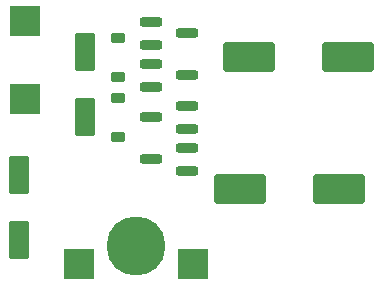
<source format=gbr>
%TF.GenerationSoftware,KiCad,Pcbnew,9.0.3*%
%TF.CreationDate,2025-12-28T20:16:34+01:00*%
%TF.ProjectId,Gleichrichter_Fernlicht,476c6569-6368-4726-9963-687465725f46,rev?*%
%TF.SameCoordinates,Original*%
%TF.FileFunction,Soldermask,Bot*%
%TF.FilePolarity,Negative*%
%FSLAX46Y46*%
G04 Gerber Fmt 4.6, Leading zero omitted, Abs format (unit mm)*
G04 Created by KiCad (PCBNEW 9.0.3) date 2025-12-28 20:16:34*
%MOMM*%
%LPD*%
G01*
G04 APERTURE LIST*
G04 Aperture macros list*
%AMRoundRect*
0 Rectangle with rounded corners*
0 $1 Rounding radius*
0 $2 $3 $4 $5 $6 $7 $8 $9 X,Y pos of 4 corners*
0 Add a 4 corners polygon primitive as box body*
4,1,4,$2,$3,$4,$5,$6,$7,$8,$9,$2,$3,0*
0 Add four circle primitives for the rounded corners*
1,1,$1+$1,$2,$3*
1,1,$1+$1,$4,$5*
1,1,$1+$1,$6,$7*
1,1,$1+$1,$8,$9*
0 Add four rect primitives between the rounded corners*
20,1,$1+$1,$2,$3,$4,$5,0*
20,1,$1+$1,$4,$5,$6,$7,0*
20,1,$1+$1,$6,$7,$8,$9,0*
20,1,$1+$1,$8,$9,$2,$3,0*%
G04 Aperture macros list end*
%ADD10RoundRect,0.200000X0.750000X0.200000X-0.750000X0.200000X-0.750000X-0.200000X0.750000X-0.200000X0*%
%ADD11RoundRect,0.200000X-0.750000X-0.200000X0.750000X-0.200000X0.750000X0.200000X-0.750000X0.200000X0*%
%ADD12RoundRect,0.250000X0.600000X-1.400000X0.600000X1.400000X-0.600000X1.400000X-0.600000X-1.400000X0*%
%ADD13RoundRect,0.225000X-0.375000X0.225000X-0.375000X-0.225000X0.375000X-0.225000X0.375000X0.225000X0*%
%ADD14RoundRect,0.225000X0.375000X-0.225000X0.375000X0.225000X-0.375000X0.225000X-0.375000X-0.225000X0*%
%ADD15RoundRect,0.250000X-0.600000X1.400000X-0.600000X-1.400000X0.600000X-1.400000X0.600000X1.400000X0*%
%ADD16C,5.000000*%
%ADD17R,2.500000X2.500000*%
%ADD18RoundRect,0.250000X1.950000X1.000000X-1.950000X1.000000X-1.950000X-1.000000X1.950000X-1.000000X0*%
G04 APERTURE END LIST*
D10*
%TO.C,Q4*%
X148820000Y-110810000D03*
X148820000Y-112710000D03*
X145820000Y-111760000D03*
%TD*%
D11*
%TO.C,Q2*%
X145820000Y-102042000D03*
X145820000Y-100142000D03*
X148820000Y-101092000D03*
%TD*%
%TO.C,Q1*%
X145820000Y-105598000D03*
X145820000Y-103698000D03*
X148820000Y-104648000D03*
%TD*%
D10*
%TO.C,Q3*%
X148820000Y-107254000D03*
X148820000Y-109154000D03*
X145820000Y-108204000D03*
%TD*%
D12*
%TO.C,D3*%
X134620000Y-118574000D03*
X134620000Y-113074000D03*
%TD*%
D13*
%TO.C,D2*%
X143002000Y-101474000D03*
X143002000Y-104774000D03*
%TD*%
D14*
%TO.C,D1*%
X143002000Y-106554000D03*
X143002000Y-109854000D03*
%TD*%
D15*
%TO.C,D4*%
X140208000Y-108160000D03*
X140208000Y-102660000D03*
%TD*%
D16*
%TO.C,H1*%
X144526000Y-119126000D03*
%TD*%
D17*
%TO.C,TP4*%
X135128000Y-106680000D03*
%TD*%
%TO.C,TP3*%
X139700000Y-120650000D03*
%TD*%
%TO.C,TP2*%
X149352000Y-120650000D03*
%TD*%
%TO.C,TP1*%
X135128000Y-100076000D03*
%TD*%
D18*
%TO.C,C2*%
X161680000Y-114300000D03*
X153280000Y-114300000D03*
%TD*%
%TO.C,C1*%
X162442000Y-103124000D03*
X154042000Y-103124000D03*
%TD*%
M02*

</source>
